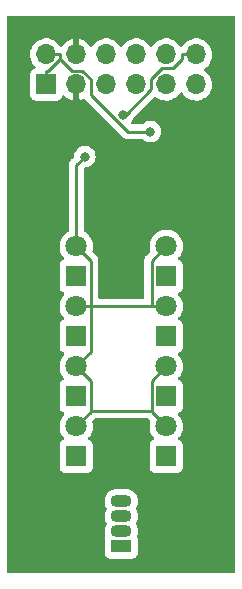
<source format=gbl>
G04 #@! TF.GenerationSoftware,KiCad,Pcbnew,6.0.9-8da3e8f707~116~ubuntu20.04.1*
G04 #@! TF.CreationDate,2023-03-03T20:37:27+01:00*
G04 #@! TF.ProjectId,led_drv_pmod,6c65645f-6472-4765-9f70-6d6f642e6b69,rev?*
G04 #@! TF.SameCoordinates,Original*
G04 #@! TF.FileFunction,Copper,L2,Bot*
G04 #@! TF.FilePolarity,Positive*
%FSLAX46Y46*%
G04 Gerber Fmt 4.6, Leading zero omitted, Abs format (unit mm)*
G04 Created by KiCad (PCBNEW 6.0.9-8da3e8f707~116~ubuntu20.04.1) date 2023-03-03 20:37:27*
%MOMM*%
%LPD*%
G01*
G04 APERTURE LIST*
G04 #@! TA.AperFunction,ComponentPad*
%ADD10R,1.700000X1.700000*%
G04 #@! TD*
G04 #@! TA.AperFunction,ComponentPad*
%ADD11O,1.700000X1.700000*%
G04 #@! TD*
G04 #@! TA.AperFunction,ComponentPad*
%ADD12C,1.800000*%
G04 #@! TD*
G04 #@! TA.AperFunction,ComponentPad*
%ADD13R,1.800000X1.800000*%
G04 #@! TD*
G04 #@! TA.AperFunction,ComponentPad*
%ADD14O,1.800000X1.070000*%
G04 #@! TD*
G04 #@! TA.AperFunction,ComponentPad*
%ADD15R,1.800000X1.070000*%
G04 #@! TD*
G04 #@! TA.AperFunction,ViaPad*
%ADD16C,0.800000*%
G04 #@! TD*
G04 #@! TA.AperFunction,Conductor*
%ADD17C,0.250000*%
G04 #@! TD*
G04 APERTURE END LIST*
D10*
X81280000Y-48260000D03*
D11*
X81280000Y-45720000D03*
X83820000Y-48260000D03*
X83820000Y-45720000D03*
X86360000Y-48260000D03*
X86360000Y-45720000D03*
X88900000Y-48260000D03*
X88900000Y-45720000D03*
X91440000Y-48260000D03*
X91440000Y-45720000D03*
X93980000Y-48260000D03*
X93980000Y-45720000D03*
D12*
X91440000Y-77190000D03*
D13*
X91440000Y-79730000D03*
D12*
X83820000Y-61950000D03*
D13*
X83820000Y-64490000D03*
D12*
X83820000Y-67030000D03*
D13*
X83820000Y-69570000D03*
D12*
X91440000Y-72110000D03*
D13*
X91440000Y-74650000D03*
D12*
X83820000Y-72110000D03*
D13*
X83820000Y-74650000D03*
D12*
X83820000Y-77190000D03*
D13*
X83820000Y-79730000D03*
D12*
X91440000Y-67030000D03*
D13*
X91440000Y-69570000D03*
D12*
X91440000Y-61950000D03*
D13*
X91440000Y-64490000D03*
D14*
X87630000Y-83540000D03*
X87630000Y-84810000D03*
X87630000Y-86080000D03*
D15*
X87630000Y-87350000D03*
D16*
X81026000Y-51054000D03*
X83551400Y-53608600D03*
X94742000Y-82550000D03*
X91440000Y-43180000D03*
X83820000Y-43180000D03*
X87884000Y-55118000D03*
X87763600Y-50803800D03*
X84548900Y-54368000D03*
X94742000Y-60768900D03*
X90102500Y-52255600D03*
D17*
X88039700Y-50803800D02*
X87763600Y-50803800D01*
X90170000Y-48673500D02*
X88039700Y-50803800D01*
X90170000Y-47829000D02*
X90170000Y-48673500D01*
X91103700Y-46895300D02*
X90170000Y-47829000D01*
X91996800Y-46895300D02*
X91103700Y-46895300D01*
X92804700Y-46087400D02*
X91996800Y-46895300D01*
X92804700Y-45720000D02*
X92804700Y-46087400D01*
X93980000Y-45720000D02*
X92804700Y-45720000D01*
X85058900Y-67030000D02*
X83820000Y-67030000D01*
X85058900Y-70871100D02*
X83820000Y-72110000D01*
X85058900Y-67030000D02*
X85058900Y-70871100D01*
X90199900Y-67030000D02*
X91440000Y-67030000D01*
X90199900Y-63190100D02*
X90199900Y-67030000D01*
X91440000Y-61950000D02*
X90199900Y-63190100D01*
X90199900Y-67030000D02*
X85058900Y-67030000D01*
X85045400Y-73335400D02*
X85045400Y-75875400D01*
X83820000Y-72110000D02*
X85045400Y-73335400D01*
X85045400Y-75964600D02*
X83820000Y-77190000D01*
X85045400Y-75875400D02*
X85045400Y-75964600D01*
X85045400Y-75875400D02*
X90214600Y-75875400D01*
X90214600Y-75964600D02*
X90214600Y-75875400D01*
X91440000Y-77190000D02*
X90214600Y-75964600D01*
X90214600Y-73335400D02*
X91440000Y-72110000D01*
X90214600Y-75875400D02*
X90214600Y-73335400D01*
X85058900Y-63188900D02*
X83820000Y-61950000D01*
X85058900Y-67030000D02*
X85058900Y-63188900D01*
X83820000Y-55096900D02*
X84548900Y-54368000D01*
X83820000Y-61950000D02*
X83820000Y-55096900D01*
X92760000Y-58786900D02*
X94742000Y-60768900D01*
X92759900Y-58786900D02*
X92760000Y-58786900D01*
X92759900Y-58375200D02*
X92759900Y-58786900D01*
X83820000Y-49435300D02*
X92759900Y-58375200D01*
X83820000Y-48260000D02*
X83820000Y-49435300D01*
X81280000Y-45720000D02*
X82455300Y-45720000D01*
X81280000Y-48260000D02*
X81280000Y-47084700D01*
X81458000Y-47084700D02*
X81280000Y-47084700D01*
X82455300Y-46087400D02*
X81458000Y-47084700D01*
X82455300Y-45720000D02*
X82455300Y-46087400D01*
X88189700Y-52255600D02*
X90102500Y-52255600D01*
X85090000Y-49155900D02*
X88189700Y-52255600D01*
X85090000Y-47829000D02*
X85090000Y-49155900D01*
X84345600Y-47084600D02*
X85090000Y-47829000D01*
X83452500Y-47084600D02*
X84345600Y-47084600D01*
X82455300Y-46087400D02*
X83452500Y-47084600D01*
G04 #@! TA.AperFunction,Conductor*
G36*
X97223621Y-42438502D02*
G01*
X97270114Y-42492158D01*
X97281500Y-42544500D01*
X97281500Y-89535500D01*
X97261498Y-89603621D01*
X97207842Y-89650114D01*
X97155500Y-89661500D01*
X78104500Y-89661500D01*
X78036379Y-89641498D01*
X77989886Y-89587842D01*
X77978500Y-89535500D01*
X77978500Y-86072680D01*
X86216477Y-86072680D01*
X86235024Y-86276478D01*
X86236762Y-86282384D01*
X86236763Y-86282388D01*
X86292127Y-86470499D01*
X86292172Y-86541496D01*
X86283140Y-86563284D01*
X86279385Y-86568295D01*
X86228255Y-86704684D01*
X86221500Y-86766866D01*
X86221500Y-87933134D01*
X86228255Y-87995316D01*
X86279385Y-88131705D01*
X86366739Y-88248261D01*
X86483295Y-88335615D01*
X86619684Y-88386745D01*
X86681866Y-88393500D01*
X88578134Y-88393500D01*
X88640316Y-88386745D01*
X88776705Y-88335615D01*
X88893261Y-88248261D01*
X88980615Y-88131705D01*
X89031745Y-87995316D01*
X89038500Y-87933134D01*
X89038500Y-86766866D01*
X89031745Y-86704684D01*
X88980615Y-86568295D01*
X88977046Y-86563533D01*
X88962201Y-86495662D01*
X88967525Y-86467250D01*
X89020311Y-86296725D01*
X89022133Y-86290840D01*
X89023022Y-86282388D01*
X89042879Y-86093449D01*
X89042879Y-86093447D01*
X89043523Y-86087320D01*
X89024976Y-85883522D01*
X88967198Y-85687207D01*
X88963200Y-85679558D01*
X88872388Y-85505853D01*
X88873934Y-85505045D01*
X88855769Y-85445040D01*
X88870929Y-85384057D01*
X88882272Y-85363079D01*
X88961619Y-85216329D01*
X89022133Y-85020840D01*
X89023022Y-85012388D01*
X89042879Y-84823449D01*
X89042879Y-84823447D01*
X89043523Y-84817320D01*
X89024976Y-84613522D01*
X88967198Y-84417207D01*
X88963200Y-84409558D01*
X88872388Y-84235853D01*
X88873934Y-84235045D01*
X88855769Y-84175040D01*
X88870929Y-84114057D01*
X88882272Y-84093079D01*
X88961619Y-83946329D01*
X89022133Y-83750840D01*
X89023022Y-83742388D01*
X89042879Y-83553449D01*
X89042879Y-83553447D01*
X89043523Y-83547320D01*
X89024976Y-83343522D01*
X88967198Y-83147207D01*
X88963200Y-83139558D01*
X88875240Y-82971309D01*
X88872388Y-82965853D01*
X88744160Y-82806369D01*
X88587396Y-82674828D01*
X88408067Y-82576242D01*
X88402200Y-82574381D01*
X88402198Y-82574380D01*
X88310536Y-82545303D01*
X88213006Y-82514364D01*
X88053744Y-82496500D01*
X87213505Y-82496500D01*
X87061336Y-82511420D01*
X86865429Y-82570568D01*
X86849180Y-82579208D01*
X86690184Y-82663747D01*
X86690181Y-82663749D01*
X86684742Y-82666641D01*
X86679972Y-82670531D01*
X86679968Y-82670534D01*
X86530932Y-82792085D01*
X86530929Y-82792088D01*
X86526157Y-82795980D01*
X86522230Y-82800728D01*
X86522228Y-82800729D01*
X86460935Y-82874819D01*
X86395713Y-82953659D01*
X86298381Y-83133671D01*
X86237867Y-83329160D01*
X86237224Y-83335282D01*
X86237223Y-83335285D01*
X86235712Y-83349661D01*
X86216477Y-83532680D01*
X86235024Y-83736478D01*
X86292802Y-83932793D01*
X86295655Y-83938251D01*
X86295657Y-83938255D01*
X86387612Y-84114147D01*
X86386066Y-84114955D01*
X86404231Y-84174960D01*
X86389071Y-84235943D01*
X86298381Y-84403671D01*
X86237867Y-84599160D01*
X86237224Y-84605282D01*
X86237223Y-84605285D01*
X86235712Y-84619661D01*
X86216477Y-84802680D01*
X86235024Y-85006478D01*
X86292802Y-85202793D01*
X86295655Y-85208251D01*
X86295657Y-85208255D01*
X86387612Y-85384147D01*
X86386066Y-85384955D01*
X86404231Y-85444960D01*
X86389071Y-85505943D01*
X86298381Y-85673671D01*
X86237867Y-85869160D01*
X86237224Y-85875282D01*
X86237223Y-85875285D01*
X86235712Y-85889661D01*
X86216477Y-86072680D01*
X77978500Y-86072680D01*
X77978500Y-77155469D01*
X82407095Y-77155469D01*
X82407392Y-77160622D01*
X82407392Y-77160625D01*
X82413067Y-77259041D01*
X82420427Y-77386697D01*
X82421564Y-77391743D01*
X82421565Y-77391749D01*
X82453741Y-77534523D01*
X82471346Y-77612642D01*
X82473288Y-77617424D01*
X82473289Y-77617428D01*
X82556540Y-77822450D01*
X82558484Y-77827237D01*
X82679501Y-78024719D01*
X82682882Y-78028622D01*
X82791304Y-78153788D01*
X82820786Y-78218373D01*
X82810671Y-78288646D01*
X82764170Y-78342294D01*
X82740296Y-78354267D01*
X82684515Y-78375179D01*
X82673295Y-78379385D01*
X82556739Y-78466739D01*
X82469385Y-78583295D01*
X82418255Y-78719684D01*
X82411500Y-78781866D01*
X82411500Y-80678134D01*
X82418255Y-80740316D01*
X82469385Y-80876705D01*
X82556739Y-80993261D01*
X82673295Y-81080615D01*
X82809684Y-81131745D01*
X82871866Y-81138500D01*
X84768134Y-81138500D01*
X84830316Y-81131745D01*
X84966705Y-81080615D01*
X85083261Y-80993261D01*
X85170615Y-80876705D01*
X85221745Y-80740316D01*
X85228500Y-80678134D01*
X85228500Y-78781866D01*
X85221745Y-78719684D01*
X85170615Y-78583295D01*
X85083261Y-78466739D01*
X84966705Y-78379385D01*
X84958296Y-78376233D01*
X84958295Y-78376232D01*
X84899804Y-78354305D01*
X84843039Y-78311664D01*
X84818339Y-78245103D01*
X84833546Y-78175754D01*
X84855093Y-78147073D01*
X84892636Y-78109660D01*
X84892640Y-78109655D01*
X84896303Y-78106005D01*
X85031458Y-77917917D01*
X85078641Y-77822450D01*
X85131784Y-77714922D01*
X85131785Y-77714920D01*
X85134078Y-77710280D01*
X85201408Y-77488671D01*
X85231640Y-77259041D01*
X85233327Y-77190000D01*
X85214349Y-76959167D01*
X85178026Y-76814560D01*
X85180830Y-76743618D01*
X85211135Y-76694769D01*
X85360099Y-76545805D01*
X85422411Y-76511779D01*
X85449194Y-76508900D01*
X89810806Y-76508900D01*
X89878927Y-76528902D01*
X89899901Y-76545805D01*
X90049154Y-76695058D01*
X90083180Y-76757370D01*
X90081476Y-76817825D01*
X90051707Y-76925169D01*
X90027095Y-77155469D01*
X90027392Y-77160622D01*
X90027392Y-77160625D01*
X90033067Y-77259041D01*
X90040427Y-77386697D01*
X90041564Y-77391743D01*
X90041565Y-77391749D01*
X90073741Y-77534523D01*
X90091346Y-77612642D01*
X90093288Y-77617424D01*
X90093289Y-77617428D01*
X90176540Y-77822450D01*
X90178484Y-77827237D01*
X90299501Y-78024719D01*
X90302882Y-78028622D01*
X90411304Y-78153788D01*
X90440786Y-78218373D01*
X90430671Y-78288646D01*
X90384170Y-78342294D01*
X90360296Y-78354267D01*
X90304515Y-78375179D01*
X90293295Y-78379385D01*
X90176739Y-78466739D01*
X90089385Y-78583295D01*
X90038255Y-78719684D01*
X90031500Y-78781866D01*
X90031500Y-80678134D01*
X90038255Y-80740316D01*
X90089385Y-80876705D01*
X90176739Y-80993261D01*
X90293295Y-81080615D01*
X90429684Y-81131745D01*
X90491866Y-81138500D01*
X92388134Y-81138500D01*
X92450316Y-81131745D01*
X92586705Y-81080615D01*
X92703261Y-80993261D01*
X92790615Y-80876705D01*
X92841745Y-80740316D01*
X92848500Y-80678134D01*
X92848500Y-78781866D01*
X92841745Y-78719684D01*
X92790615Y-78583295D01*
X92703261Y-78466739D01*
X92586705Y-78379385D01*
X92578296Y-78376233D01*
X92578295Y-78376232D01*
X92519804Y-78354305D01*
X92463039Y-78311664D01*
X92438339Y-78245103D01*
X92453546Y-78175754D01*
X92475093Y-78147073D01*
X92512636Y-78109660D01*
X92512640Y-78109655D01*
X92516303Y-78106005D01*
X92651458Y-77917917D01*
X92698641Y-77822450D01*
X92751784Y-77714922D01*
X92751785Y-77714920D01*
X92754078Y-77710280D01*
X92821408Y-77488671D01*
X92851640Y-77259041D01*
X92853327Y-77190000D01*
X92847032Y-77113434D01*
X92834773Y-76964318D01*
X92834772Y-76964312D01*
X92834349Y-76959167D01*
X92806137Y-76846850D01*
X92779184Y-76739544D01*
X92779183Y-76739540D01*
X92777925Y-76734533D01*
X92775866Y-76729797D01*
X92687630Y-76526868D01*
X92687628Y-76526865D01*
X92685570Y-76522131D01*
X92559764Y-76327665D01*
X92469848Y-76228848D01*
X92438796Y-76165002D01*
X92447192Y-76094504D01*
X92492369Y-76039736D01*
X92518812Y-76026067D01*
X92578297Y-76003767D01*
X92586705Y-76000615D01*
X92703261Y-75913261D01*
X92790615Y-75796705D01*
X92841745Y-75660316D01*
X92848500Y-75598134D01*
X92848500Y-73701866D01*
X92841745Y-73639684D01*
X92790615Y-73503295D01*
X92703261Y-73386739D01*
X92586705Y-73299385D01*
X92578296Y-73296233D01*
X92578295Y-73296232D01*
X92534198Y-73279701D01*
X92519804Y-73274305D01*
X92463039Y-73231664D01*
X92438339Y-73165103D01*
X92453546Y-73095754D01*
X92475093Y-73067073D01*
X92512636Y-73029660D01*
X92512640Y-73029655D01*
X92516303Y-73026005D01*
X92651458Y-72837917D01*
X92698641Y-72742450D01*
X92751784Y-72634922D01*
X92751785Y-72634920D01*
X92754078Y-72630280D01*
X92821408Y-72408671D01*
X92851640Y-72179041D01*
X92853327Y-72110000D01*
X92847032Y-72033434D01*
X92834773Y-71884318D01*
X92834772Y-71884312D01*
X92834349Y-71879167D01*
X92798026Y-71734560D01*
X92779184Y-71659544D01*
X92779183Y-71659540D01*
X92777925Y-71654533D01*
X92775866Y-71649797D01*
X92687630Y-71446868D01*
X92687628Y-71446865D01*
X92685570Y-71442131D01*
X92559764Y-71247665D01*
X92531704Y-71216827D01*
X92469848Y-71148848D01*
X92438796Y-71085002D01*
X92447192Y-71014504D01*
X92492369Y-70959736D01*
X92518812Y-70946067D01*
X92578297Y-70923767D01*
X92586705Y-70920615D01*
X92703261Y-70833261D01*
X92790615Y-70716705D01*
X92841745Y-70580316D01*
X92848500Y-70518134D01*
X92848500Y-68621866D01*
X92841745Y-68559684D01*
X92790615Y-68423295D01*
X92703261Y-68306739D01*
X92586705Y-68219385D01*
X92578296Y-68216233D01*
X92578295Y-68216232D01*
X92519804Y-68194305D01*
X92463039Y-68151664D01*
X92438339Y-68085103D01*
X92453546Y-68015754D01*
X92475093Y-67987073D01*
X92512636Y-67949660D01*
X92512640Y-67949655D01*
X92516303Y-67946005D01*
X92651458Y-67757917D01*
X92668387Y-67723665D01*
X92751784Y-67554922D01*
X92751785Y-67554920D01*
X92754078Y-67550280D01*
X92821408Y-67328671D01*
X92851640Y-67099041D01*
X92853327Y-67030000D01*
X92847032Y-66953434D01*
X92834773Y-66804318D01*
X92834772Y-66804312D01*
X92834349Y-66799167D01*
X92777925Y-66574533D01*
X92775866Y-66569797D01*
X92687630Y-66366868D01*
X92687628Y-66366865D01*
X92685570Y-66362131D01*
X92559764Y-66167665D01*
X92469848Y-66068848D01*
X92438796Y-66005002D01*
X92447192Y-65934504D01*
X92492369Y-65879736D01*
X92518812Y-65866067D01*
X92578297Y-65843767D01*
X92586705Y-65840615D01*
X92703261Y-65753261D01*
X92790615Y-65636705D01*
X92841745Y-65500316D01*
X92848500Y-65438134D01*
X92848500Y-63541866D01*
X92841745Y-63479684D01*
X92790615Y-63343295D01*
X92703261Y-63226739D01*
X92586705Y-63139385D01*
X92578296Y-63136233D01*
X92578295Y-63136232D01*
X92519804Y-63114305D01*
X92463039Y-63071664D01*
X92438339Y-63005103D01*
X92453546Y-62935754D01*
X92475093Y-62907073D01*
X92512636Y-62869660D01*
X92512640Y-62869655D01*
X92516303Y-62866005D01*
X92651458Y-62677917D01*
X92698641Y-62582450D01*
X92751784Y-62474922D01*
X92751785Y-62474920D01*
X92754078Y-62470280D01*
X92821408Y-62248671D01*
X92851640Y-62019041D01*
X92853327Y-61950000D01*
X92847032Y-61873434D01*
X92834773Y-61724318D01*
X92834772Y-61724312D01*
X92834349Y-61719167D01*
X92777925Y-61494533D01*
X92775866Y-61489797D01*
X92687630Y-61286868D01*
X92687628Y-61286865D01*
X92685570Y-61282131D01*
X92559764Y-61087665D01*
X92403887Y-60916358D01*
X92399836Y-60913159D01*
X92399832Y-60913155D01*
X92226177Y-60776011D01*
X92226172Y-60776008D01*
X92222123Y-60772810D01*
X92217607Y-60770317D01*
X92217604Y-60770315D01*
X92023879Y-60663373D01*
X92023875Y-60663371D01*
X92019355Y-60660876D01*
X92014486Y-60659152D01*
X92014482Y-60659150D01*
X91805903Y-60585288D01*
X91805899Y-60585287D01*
X91801028Y-60583562D01*
X91795935Y-60582655D01*
X91795932Y-60582654D01*
X91578095Y-60543851D01*
X91578089Y-60543850D01*
X91573006Y-60542945D01*
X91500096Y-60542054D01*
X91346581Y-60540179D01*
X91346579Y-60540179D01*
X91341411Y-60540116D01*
X91112464Y-60575150D01*
X90892314Y-60647106D01*
X90887726Y-60649494D01*
X90887722Y-60649496D01*
X90739401Y-60726707D01*
X90686872Y-60754052D01*
X90682739Y-60757155D01*
X90682736Y-60757157D01*
X90657625Y-60776011D01*
X90501655Y-60893117D01*
X90341639Y-61060564D01*
X90338725Y-61064836D01*
X90338724Y-61064837D01*
X90323152Y-61087665D01*
X90211119Y-61251899D01*
X90113602Y-61461981D01*
X90051707Y-61685169D01*
X90027095Y-61915469D01*
X90027392Y-61920622D01*
X90027392Y-61920625D01*
X90033067Y-62019041D01*
X90040427Y-62146697D01*
X90041564Y-62151743D01*
X90041565Y-62151749D01*
X90081623Y-62329498D01*
X90077087Y-62400350D01*
X90047801Y-62446294D01*
X89807647Y-62686448D01*
X89799361Y-62693988D01*
X89792882Y-62698100D01*
X89787457Y-62703877D01*
X89746257Y-62747751D01*
X89743502Y-62750593D01*
X89723765Y-62770330D01*
X89721285Y-62773527D01*
X89713582Y-62782547D01*
X89683314Y-62814779D01*
X89679495Y-62821725D01*
X89679493Y-62821728D01*
X89673552Y-62832534D01*
X89662701Y-62849053D01*
X89650286Y-62865059D01*
X89647141Y-62872328D01*
X89647138Y-62872332D01*
X89632726Y-62905637D01*
X89627509Y-62916287D01*
X89606205Y-62955040D01*
X89604234Y-62962715D01*
X89604234Y-62962716D01*
X89601167Y-62974662D01*
X89594763Y-62993366D01*
X89586719Y-63011955D01*
X89585480Y-63019778D01*
X89585477Y-63019788D01*
X89579801Y-63055624D01*
X89577395Y-63067244D01*
X89573761Y-63081400D01*
X89566400Y-63110070D01*
X89566400Y-63130324D01*
X89564849Y-63150034D01*
X89561680Y-63170043D01*
X89562426Y-63177935D01*
X89565841Y-63214061D01*
X89566400Y-63225919D01*
X89566400Y-66270500D01*
X89546398Y-66338621D01*
X89492742Y-66385114D01*
X89440400Y-66396500D01*
X85818400Y-66396500D01*
X85750279Y-66376498D01*
X85703786Y-66322842D01*
X85692400Y-66270500D01*
X85692400Y-63267667D01*
X85692927Y-63256484D01*
X85694602Y-63248991D01*
X85692462Y-63180914D01*
X85692400Y-63176955D01*
X85692400Y-63149044D01*
X85691895Y-63145044D01*
X85690962Y-63133201D01*
X85689822Y-63096929D01*
X85689573Y-63089010D01*
X85683922Y-63069558D01*
X85679914Y-63050206D01*
X85678367Y-63037963D01*
X85677374Y-63030103D01*
X85670189Y-63011955D01*
X85661100Y-62988997D01*
X85657255Y-62977770D01*
X85650651Y-62955040D01*
X85644918Y-62935307D01*
X85640884Y-62928485D01*
X85640881Y-62928479D01*
X85634606Y-62917868D01*
X85625910Y-62900118D01*
X85621372Y-62888656D01*
X85621369Y-62888651D01*
X85618452Y-62881283D01*
X85592473Y-62845525D01*
X85585957Y-62835607D01*
X85567475Y-62804357D01*
X85563442Y-62797537D01*
X85549118Y-62783213D01*
X85536276Y-62768178D01*
X85524372Y-62751793D01*
X85490306Y-62723611D01*
X85481527Y-62715622D01*
X85211299Y-62445394D01*
X85177273Y-62383082D01*
X85179836Y-62319672D01*
X85201408Y-62248671D01*
X85231640Y-62019041D01*
X85233327Y-61950000D01*
X85227032Y-61873434D01*
X85214773Y-61724318D01*
X85214772Y-61724312D01*
X85214349Y-61719167D01*
X85157925Y-61494533D01*
X85155866Y-61489797D01*
X85067630Y-61286868D01*
X85067628Y-61286865D01*
X85065570Y-61282131D01*
X84939764Y-61087665D01*
X84783887Y-60916358D01*
X84779836Y-60913159D01*
X84779832Y-60913155D01*
X84606178Y-60776012D01*
X84606175Y-60776010D01*
X84602123Y-60772810D01*
X84518607Y-60726707D01*
X84468636Y-60676274D01*
X84453500Y-60616398D01*
X84453500Y-55411494D01*
X84473502Y-55343373D01*
X84490405Y-55322399D01*
X84499399Y-55313405D01*
X84561711Y-55279379D01*
X84588494Y-55276500D01*
X84644387Y-55276500D01*
X84650839Y-55275128D01*
X84650844Y-55275128D01*
X84737788Y-55256647D01*
X84831188Y-55236794D01*
X84837219Y-55234109D01*
X84999622Y-55161803D01*
X84999624Y-55161802D01*
X85005652Y-55159118D01*
X85160153Y-55046866D01*
X85180022Y-55024799D01*
X85283521Y-54909852D01*
X85283522Y-54909851D01*
X85287940Y-54904944D01*
X85383427Y-54739556D01*
X85442442Y-54557928D01*
X85462404Y-54368000D01*
X85442442Y-54178072D01*
X85383427Y-53996444D01*
X85287940Y-53831056D01*
X85160153Y-53689134D01*
X85005652Y-53576882D01*
X84999624Y-53574198D01*
X84999622Y-53574197D01*
X84837219Y-53501891D01*
X84837218Y-53501891D01*
X84831188Y-53499206D01*
X84737787Y-53479353D01*
X84650844Y-53460872D01*
X84650839Y-53460872D01*
X84644387Y-53459500D01*
X84453413Y-53459500D01*
X84446961Y-53460872D01*
X84446956Y-53460872D01*
X84360013Y-53479353D01*
X84266612Y-53499206D01*
X84260582Y-53501891D01*
X84260581Y-53501891D01*
X84098178Y-53574197D01*
X84098176Y-53574198D01*
X84092148Y-53576882D01*
X83937647Y-53689134D01*
X83809860Y-53831056D01*
X83714373Y-53996444D01*
X83655358Y-54178072D01*
X83654668Y-54184633D01*
X83654668Y-54184635D01*
X83637993Y-54343292D01*
X83610980Y-54408949D01*
X83601778Y-54419217D01*
X83427747Y-54593248D01*
X83419461Y-54600788D01*
X83412982Y-54604900D01*
X83407557Y-54610677D01*
X83366357Y-54654551D01*
X83363602Y-54657393D01*
X83343865Y-54677130D01*
X83341385Y-54680327D01*
X83333682Y-54689347D01*
X83303414Y-54721579D01*
X83299595Y-54728525D01*
X83299593Y-54728528D01*
X83293652Y-54739334D01*
X83282801Y-54755853D01*
X83270386Y-54771859D01*
X83267241Y-54779128D01*
X83267238Y-54779132D01*
X83252826Y-54812437D01*
X83247609Y-54823087D01*
X83226305Y-54861840D01*
X83224334Y-54869515D01*
X83224334Y-54869516D01*
X83221267Y-54881462D01*
X83214863Y-54900166D01*
X83210672Y-54909852D01*
X83206819Y-54918755D01*
X83205580Y-54926578D01*
X83205577Y-54926588D01*
X83199901Y-54962424D01*
X83197495Y-54974044D01*
X83186500Y-55016870D01*
X83186500Y-55037124D01*
X83184949Y-55056834D01*
X83181780Y-55076843D01*
X83182526Y-55084735D01*
X83185941Y-55120861D01*
X83186500Y-55132719D01*
X83186500Y-60615319D01*
X83166498Y-60683440D01*
X83118679Y-60727083D01*
X83066872Y-60754052D01*
X82881655Y-60893117D01*
X82721639Y-61060564D01*
X82718725Y-61064836D01*
X82718724Y-61064837D01*
X82703152Y-61087665D01*
X82591119Y-61251899D01*
X82493602Y-61461981D01*
X82431707Y-61685169D01*
X82407095Y-61915469D01*
X82407392Y-61920622D01*
X82407392Y-61920625D01*
X82413067Y-62019041D01*
X82420427Y-62146697D01*
X82421564Y-62151743D01*
X82421565Y-62151749D01*
X82444523Y-62253620D01*
X82471346Y-62372642D01*
X82473288Y-62377424D01*
X82473289Y-62377428D01*
X82556540Y-62582450D01*
X82558484Y-62587237D01*
X82679501Y-62784719D01*
X82682882Y-62788622D01*
X82791304Y-62913788D01*
X82820786Y-62978373D01*
X82810671Y-63048646D01*
X82764170Y-63102294D01*
X82740296Y-63114267D01*
X82697465Y-63130324D01*
X82673295Y-63139385D01*
X82556739Y-63226739D01*
X82469385Y-63343295D01*
X82418255Y-63479684D01*
X82411500Y-63541866D01*
X82411500Y-65438134D01*
X82418255Y-65500316D01*
X82469385Y-65636705D01*
X82556739Y-65753261D01*
X82673295Y-65840615D01*
X82681704Y-65843767D01*
X82681705Y-65843768D01*
X82741164Y-65866058D01*
X82797929Y-65908699D01*
X82822629Y-65975261D01*
X82807422Y-66044609D01*
X82788029Y-66071091D01*
X82721639Y-66140564D01*
X82718725Y-66144836D01*
X82718724Y-66144837D01*
X82703152Y-66167665D01*
X82591119Y-66331899D01*
X82493602Y-66541981D01*
X82431707Y-66765169D01*
X82407095Y-66995469D01*
X82407392Y-67000622D01*
X82407392Y-67000625D01*
X82413067Y-67099041D01*
X82420427Y-67226697D01*
X82421564Y-67231743D01*
X82421565Y-67231749D01*
X82453741Y-67374523D01*
X82471346Y-67452642D01*
X82473288Y-67457424D01*
X82473289Y-67457428D01*
X82556540Y-67662450D01*
X82558484Y-67667237D01*
X82679501Y-67864719D01*
X82682882Y-67868622D01*
X82791304Y-67993788D01*
X82820786Y-68058373D01*
X82810671Y-68128646D01*
X82764170Y-68182294D01*
X82740296Y-68194267D01*
X82684515Y-68215179D01*
X82673295Y-68219385D01*
X82556739Y-68306739D01*
X82469385Y-68423295D01*
X82418255Y-68559684D01*
X82411500Y-68621866D01*
X82411500Y-70518134D01*
X82418255Y-70580316D01*
X82469385Y-70716705D01*
X82556739Y-70833261D01*
X82673295Y-70920615D01*
X82681704Y-70923767D01*
X82681705Y-70923768D01*
X82741164Y-70946058D01*
X82797929Y-70988699D01*
X82822629Y-71055261D01*
X82807422Y-71124609D01*
X82788029Y-71151091D01*
X82721639Y-71220564D01*
X82718725Y-71224836D01*
X82718724Y-71224837D01*
X82675855Y-71287681D01*
X82591119Y-71411899D01*
X82493602Y-71621981D01*
X82431707Y-71845169D01*
X82407095Y-72075469D01*
X82407392Y-72080622D01*
X82407392Y-72080625D01*
X82413067Y-72179041D01*
X82420427Y-72306697D01*
X82421564Y-72311743D01*
X82421565Y-72311749D01*
X82444523Y-72413620D01*
X82471346Y-72532642D01*
X82473288Y-72537424D01*
X82473289Y-72537428D01*
X82556540Y-72742450D01*
X82558484Y-72747237D01*
X82679501Y-72944719D01*
X82715708Y-72986517D01*
X82791304Y-73073788D01*
X82820786Y-73138373D01*
X82810671Y-73208646D01*
X82764170Y-73262294D01*
X82740296Y-73274267D01*
X82694211Y-73291544D01*
X82673295Y-73299385D01*
X82556739Y-73386739D01*
X82469385Y-73503295D01*
X82418255Y-73639684D01*
X82411500Y-73701866D01*
X82411500Y-75598134D01*
X82418255Y-75660316D01*
X82469385Y-75796705D01*
X82556739Y-75913261D01*
X82673295Y-76000615D01*
X82681704Y-76003767D01*
X82681705Y-76003768D01*
X82741164Y-76026058D01*
X82797929Y-76068699D01*
X82822629Y-76135261D01*
X82807422Y-76204609D01*
X82788029Y-76231091D01*
X82721639Y-76300564D01*
X82718725Y-76304836D01*
X82718724Y-76304837D01*
X82703152Y-76327665D01*
X82591119Y-76491899D01*
X82493602Y-76701981D01*
X82431707Y-76925169D01*
X82407095Y-77155469D01*
X77978500Y-77155469D01*
X77978500Y-45686695D01*
X79917251Y-45686695D01*
X79917548Y-45691848D01*
X79917548Y-45691851D01*
X79923011Y-45786590D01*
X79930110Y-45909715D01*
X79931247Y-45914761D01*
X79931248Y-45914767D01*
X79951119Y-46002939D01*
X79979222Y-46127639D01*
X80063266Y-46334616D01*
X80112032Y-46414195D01*
X80177291Y-46520688D01*
X80179987Y-46525088D01*
X80326250Y-46693938D01*
X80330230Y-46697242D01*
X80334981Y-46701187D01*
X80374616Y-46760090D01*
X80376113Y-46831071D01*
X80338997Y-46891593D01*
X80298725Y-46916112D01*
X80210095Y-46949338D01*
X80183295Y-46959385D01*
X80066739Y-47046739D01*
X79979385Y-47163295D01*
X79928255Y-47299684D01*
X79921500Y-47361866D01*
X79921500Y-49158134D01*
X79928255Y-49220316D01*
X79979385Y-49356705D01*
X80066739Y-49473261D01*
X80183295Y-49560615D01*
X80319684Y-49611745D01*
X80381866Y-49618500D01*
X82178134Y-49618500D01*
X82240316Y-49611745D01*
X82376705Y-49560615D01*
X82493261Y-49473261D01*
X82580615Y-49356705D01*
X82618447Y-49255789D01*
X82624798Y-49238848D01*
X82667440Y-49182084D01*
X82734001Y-49157384D01*
X82803350Y-49172592D01*
X82838017Y-49200580D01*
X82863218Y-49229673D01*
X82870580Y-49236883D01*
X83034434Y-49372916D01*
X83042881Y-49378831D01*
X83226756Y-49486279D01*
X83236042Y-49490729D01*
X83435001Y-49566703D01*
X83444899Y-49569579D01*
X83548250Y-49590606D01*
X83562299Y-49589410D01*
X83566000Y-49579065D01*
X83566000Y-47844100D01*
X83586002Y-47775979D01*
X83639658Y-47729486D01*
X83692000Y-47718100D01*
X83948000Y-47718100D01*
X84016121Y-47738102D01*
X84062614Y-47791758D01*
X84074000Y-47844100D01*
X84074000Y-49578517D01*
X84078064Y-49592359D01*
X84091478Y-49594393D01*
X84098184Y-49593534D01*
X84108262Y-49591392D01*
X84312248Y-49530193D01*
X84321846Y-49526432D01*
X84412093Y-49482220D01*
X84482067Y-49470214D01*
X84547424Y-49497944D01*
X84575977Y-49531231D01*
X84585458Y-49547262D01*
X84599779Y-49561583D01*
X84612619Y-49576616D01*
X84624528Y-49593007D01*
X84654898Y-49618131D01*
X84658605Y-49621198D01*
X84667384Y-49629188D01*
X87686048Y-52647853D01*
X87693588Y-52656139D01*
X87697700Y-52662618D01*
X87703477Y-52668043D01*
X87747351Y-52709243D01*
X87750193Y-52711998D01*
X87769930Y-52731735D01*
X87773127Y-52734215D01*
X87782147Y-52741918D01*
X87814379Y-52772186D01*
X87821325Y-52776005D01*
X87821328Y-52776007D01*
X87832134Y-52781948D01*
X87848653Y-52792799D01*
X87864659Y-52805214D01*
X87871928Y-52808359D01*
X87871932Y-52808362D01*
X87905237Y-52822774D01*
X87915887Y-52827991D01*
X87954640Y-52849295D01*
X87962315Y-52851266D01*
X87962316Y-52851266D01*
X87974262Y-52854333D01*
X87992967Y-52860737D01*
X88011555Y-52868781D01*
X88019378Y-52870020D01*
X88019388Y-52870023D01*
X88055224Y-52875699D01*
X88066844Y-52878105D01*
X88101989Y-52887128D01*
X88109670Y-52889100D01*
X88129924Y-52889100D01*
X88149634Y-52890651D01*
X88169643Y-52893820D01*
X88177535Y-52893074D01*
X88213661Y-52889659D01*
X88225519Y-52889100D01*
X89394300Y-52889100D01*
X89462421Y-52909102D01*
X89481647Y-52925443D01*
X89481920Y-52925140D01*
X89486832Y-52929563D01*
X89491247Y-52934466D01*
X89645748Y-53046718D01*
X89651776Y-53049402D01*
X89651778Y-53049403D01*
X89814181Y-53121709D01*
X89820212Y-53124394D01*
X89913613Y-53144247D01*
X90000556Y-53162728D01*
X90000561Y-53162728D01*
X90007013Y-53164100D01*
X90197987Y-53164100D01*
X90204439Y-53162728D01*
X90204444Y-53162728D01*
X90291387Y-53144247D01*
X90384788Y-53124394D01*
X90390819Y-53121709D01*
X90553222Y-53049403D01*
X90553224Y-53049402D01*
X90559252Y-53046718D01*
X90713753Y-52934466D01*
X90750351Y-52893820D01*
X90837121Y-52797452D01*
X90837122Y-52797451D01*
X90841540Y-52792544D01*
X90937027Y-52627156D01*
X90996042Y-52445528D01*
X91016004Y-52255600D01*
X90996042Y-52065672D01*
X90937027Y-51884044D01*
X90841540Y-51718656D01*
X90713753Y-51576734D01*
X90559252Y-51464482D01*
X90553224Y-51461798D01*
X90553222Y-51461797D01*
X90390819Y-51389491D01*
X90390818Y-51389491D01*
X90384788Y-51386806D01*
X90291388Y-51366953D01*
X90204444Y-51348472D01*
X90204439Y-51348472D01*
X90197987Y-51347100D01*
X90007013Y-51347100D01*
X90000561Y-51348472D01*
X90000556Y-51348472D01*
X89913612Y-51366953D01*
X89820212Y-51386806D01*
X89814182Y-51389491D01*
X89814181Y-51389491D01*
X89651778Y-51461797D01*
X89651776Y-51461798D01*
X89645748Y-51464482D01*
X89491247Y-51576734D01*
X89486832Y-51581637D01*
X89481920Y-51586060D01*
X89480795Y-51584811D01*
X89427486Y-51617651D01*
X89394300Y-51622100D01*
X88532306Y-51622100D01*
X88464185Y-51602098D01*
X88417692Y-51548442D01*
X88407588Y-51478168D01*
X88438670Y-51411790D01*
X88498221Y-51345652D01*
X88498222Y-51345651D01*
X88502640Y-51340744D01*
X88598127Y-51175356D01*
X88605183Y-51153640D01*
X88635921Y-51103483D01*
X90415536Y-49323868D01*
X90477848Y-49289842D01*
X90548663Y-49294907D01*
X90585115Y-49316018D01*
X90594571Y-49323868D01*
X90658126Y-49376632D01*
X90851000Y-49489338D01*
X91059692Y-49569030D01*
X91064760Y-49570061D01*
X91064763Y-49570062D01*
X91126744Y-49582672D01*
X91278597Y-49613567D01*
X91283772Y-49613757D01*
X91283774Y-49613757D01*
X91496673Y-49621564D01*
X91496677Y-49621564D01*
X91501837Y-49621753D01*
X91506957Y-49621097D01*
X91506959Y-49621097D01*
X91718288Y-49594025D01*
X91718289Y-49594025D01*
X91723416Y-49593368D01*
X91728366Y-49591883D01*
X91932429Y-49530661D01*
X91932434Y-49530659D01*
X91937384Y-49529174D01*
X92137994Y-49430896D01*
X92319860Y-49301173D01*
X92336330Y-49284761D01*
X92464152Y-49157384D01*
X92478096Y-49143489D01*
X92608453Y-48962077D01*
X92609776Y-48963028D01*
X92656645Y-48919857D01*
X92726580Y-48907625D01*
X92792026Y-48935144D01*
X92819875Y-48966994D01*
X92879987Y-49065088D01*
X93026250Y-49233938D01*
X93198126Y-49376632D01*
X93391000Y-49489338D01*
X93599692Y-49569030D01*
X93604760Y-49570061D01*
X93604763Y-49570062D01*
X93666744Y-49582672D01*
X93818597Y-49613567D01*
X93823772Y-49613757D01*
X93823774Y-49613757D01*
X94036673Y-49621564D01*
X94036677Y-49621564D01*
X94041837Y-49621753D01*
X94046957Y-49621097D01*
X94046959Y-49621097D01*
X94258288Y-49594025D01*
X94258289Y-49594025D01*
X94263416Y-49593368D01*
X94268366Y-49591883D01*
X94472429Y-49530661D01*
X94472434Y-49530659D01*
X94477384Y-49529174D01*
X94677994Y-49430896D01*
X94859860Y-49301173D01*
X94876330Y-49284761D01*
X95004152Y-49157384D01*
X95018096Y-49143489D01*
X95148453Y-48962077D01*
X95169320Y-48919857D01*
X95245136Y-48766453D01*
X95245137Y-48766451D01*
X95247430Y-48761811D01*
X95312370Y-48548069D01*
X95341529Y-48326590D01*
X95343156Y-48260000D01*
X95324852Y-48037361D01*
X95270431Y-47820702D01*
X95181354Y-47615840D01*
X95100991Y-47491618D01*
X95062822Y-47432617D01*
X95062818Y-47432612D01*
X95060014Y-47428277D01*
X94909670Y-47263051D01*
X94905619Y-47259852D01*
X94905615Y-47259848D01*
X94738414Y-47127800D01*
X94738410Y-47127798D01*
X94734359Y-47124598D01*
X94693053Y-47101796D01*
X94643084Y-47051364D01*
X94628312Y-46981921D01*
X94653428Y-46915516D01*
X94680780Y-46888909D01*
X94724603Y-46857650D01*
X94859860Y-46761173D01*
X95018096Y-46603489D01*
X95077594Y-46520689D01*
X95145435Y-46426277D01*
X95148453Y-46422077D01*
X95161995Y-46394678D01*
X95245136Y-46226453D01*
X95245137Y-46226451D01*
X95247430Y-46221811D01*
X95312370Y-46008069D01*
X95341529Y-45786590D01*
X95341693Y-45779883D01*
X95343074Y-45723365D01*
X95343074Y-45723361D01*
X95343156Y-45720000D01*
X95324852Y-45497361D01*
X95270431Y-45280702D01*
X95181354Y-45075840D01*
X95060014Y-44888277D01*
X94909670Y-44723051D01*
X94905619Y-44719852D01*
X94905615Y-44719848D01*
X94738414Y-44587800D01*
X94738410Y-44587798D01*
X94734359Y-44584598D01*
X94698028Y-44564542D01*
X94682136Y-44555769D01*
X94538789Y-44476638D01*
X94533920Y-44474914D01*
X94533916Y-44474912D01*
X94333087Y-44403795D01*
X94333083Y-44403794D01*
X94328212Y-44402069D01*
X94323119Y-44401162D01*
X94323116Y-44401161D01*
X94113373Y-44363800D01*
X94113367Y-44363799D01*
X94108284Y-44362894D01*
X94034452Y-44361992D01*
X93890081Y-44360228D01*
X93890079Y-44360228D01*
X93884911Y-44360165D01*
X93664091Y-44393955D01*
X93451756Y-44463357D01*
X93253607Y-44566507D01*
X93249474Y-44569610D01*
X93249471Y-44569612D01*
X93225247Y-44587800D01*
X93074965Y-44700635D01*
X92920629Y-44862138D01*
X92813201Y-45019621D01*
X92758293Y-45064621D01*
X92687768Y-45072792D01*
X92624021Y-45041538D01*
X92603324Y-45017054D01*
X92522822Y-44892617D01*
X92522820Y-44892614D01*
X92520014Y-44888277D01*
X92369670Y-44723051D01*
X92365619Y-44719852D01*
X92365615Y-44719848D01*
X92198414Y-44587800D01*
X92198410Y-44587798D01*
X92194359Y-44584598D01*
X92158028Y-44564542D01*
X92142136Y-44555769D01*
X91998789Y-44476638D01*
X91993920Y-44474914D01*
X91993916Y-44474912D01*
X91793087Y-44403795D01*
X91793083Y-44403794D01*
X91788212Y-44402069D01*
X91783119Y-44401162D01*
X91783116Y-44401161D01*
X91573373Y-44363800D01*
X91573367Y-44363799D01*
X91568284Y-44362894D01*
X91494452Y-44361992D01*
X91350081Y-44360228D01*
X91350079Y-44360228D01*
X91344911Y-44360165D01*
X91124091Y-44393955D01*
X90911756Y-44463357D01*
X90713607Y-44566507D01*
X90709474Y-44569610D01*
X90709471Y-44569612D01*
X90685247Y-44587800D01*
X90534965Y-44700635D01*
X90380629Y-44862138D01*
X90273201Y-45019621D01*
X90218293Y-45064621D01*
X90147768Y-45072792D01*
X90084021Y-45041538D01*
X90063324Y-45017054D01*
X89982822Y-44892617D01*
X89982820Y-44892614D01*
X89980014Y-44888277D01*
X89829670Y-44723051D01*
X89825619Y-44719852D01*
X89825615Y-44719848D01*
X89658414Y-44587800D01*
X89658410Y-44587798D01*
X89654359Y-44584598D01*
X89618028Y-44564542D01*
X89602136Y-44555769D01*
X89458789Y-44476638D01*
X89453920Y-44474914D01*
X89453916Y-44474912D01*
X89253087Y-44403795D01*
X89253083Y-44403794D01*
X89248212Y-44402069D01*
X89243119Y-44401162D01*
X89243116Y-44401161D01*
X89033373Y-44363800D01*
X89033367Y-44363799D01*
X89028284Y-44362894D01*
X88954452Y-44361992D01*
X88810081Y-44360228D01*
X88810079Y-44360228D01*
X88804911Y-44360165D01*
X88584091Y-44393955D01*
X88371756Y-44463357D01*
X88173607Y-44566507D01*
X88169474Y-44569610D01*
X88169471Y-44569612D01*
X88145247Y-44587800D01*
X87994965Y-44700635D01*
X87840629Y-44862138D01*
X87733201Y-45019621D01*
X87678293Y-45064621D01*
X87607768Y-45072792D01*
X87544021Y-45041538D01*
X87523324Y-45017054D01*
X87442822Y-44892617D01*
X87442820Y-44892614D01*
X87440014Y-44888277D01*
X87289670Y-44723051D01*
X87285619Y-44719852D01*
X87285615Y-44719848D01*
X87118414Y-44587800D01*
X87118410Y-44587798D01*
X87114359Y-44584598D01*
X87078028Y-44564542D01*
X87062136Y-44555769D01*
X86918789Y-44476638D01*
X86913920Y-44474914D01*
X86913916Y-44474912D01*
X86713087Y-44403795D01*
X86713083Y-44403794D01*
X86708212Y-44402069D01*
X86703119Y-44401162D01*
X86703116Y-44401161D01*
X86493373Y-44363800D01*
X86493367Y-44363799D01*
X86488284Y-44362894D01*
X86414452Y-44361992D01*
X86270081Y-44360228D01*
X86270079Y-44360228D01*
X86264911Y-44360165D01*
X86044091Y-44393955D01*
X85831756Y-44463357D01*
X85633607Y-44566507D01*
X85629474Y-44569610D01*
X85629471Y-44569612D01*
X85605247Y-44587800D01*
X85454965Y-44700635D01*
X85300629Y-44862138D01*
X85193204Y-45019618D01*
X85192898Y-45020066D01*
X85137987Y-45065069D01*
X85067462Y-45073240D01*
X85003715Y-45041986D01*
X84983018Y-45017502D01*
X84902426Y-44892926D01*
X84896136Y-44884757D01*
X84752806Y-44727240D01*
X84745273Y-44720215D01*
X84578139Y-44588222D01*
X84569552Y-44582517D01*
X84383117Y-44479599D01*
X84373705Y-44475369D01*
X84172959Y-44404280D01*
X84162988Y-44401646D01*
X84091837Y-44388972D01*
X84078540Y-44390432D01*
X84074000Y-44404989D01*
X84074000Y-46325100D01*
X84053998Y-46393221D01*
X84000342Y-46439714D01*
X83948000Y-46451100D01*
X83767094Y-46451100D01*
X83698973Y-46431098D01*
X83677999Y-46414195D01*
X83602905Y-46339101D01*
X83568879Y-46276789D01*
X83566000Y-46250006D01*
X83566000Y-44403102D01*
X83562082Y-44389758D01*
X83547806Y-44387771D01*
X83509324Y-44393660D01*
X83499288Y-44396051D01*
X83296868Y-44462212D01*
X83287359Y-44466209D01*
X83098463Y-44564542D01*
X83089738Y-44570036D01*
X82919433Y-44697905D01*
X82911726Y-44704748D01*
X82764590Y-44858717D01*
X82758109Y-44866722D01*
X82653498Y-45020074D01*
X82598587Y-45065076D01*
X82528062Y-45073247D01*
X82464315Y-45041993D01*
X82443618Y-45017509D01*
X82362822Y-44892617D01*
X82362820Y-44892614D01*
X82360014Y-44888277D01*
X82209670Y-44723051D01*
X82205619Y-44719852D01*
X82205615Y-44719848D01*
X82038414Y-44587800D01*
X82038410Y-44587798D01*
X82034359Y-44584598D01*
X81998028Y-44564542D01*
X81982136Y-44555769D01*
X81838789Y-44476638D01*
X81833920Y-44474914D01*
X81833916Y-44474912D01*
X81633087Y-44403795D01*
X81633083Y-44403794D01*
X81628212Y-44402069D01*
X81623119Y-44401162D01*
X81623116Y-44401161D01*
X81413373Y-44363800D01*
X81413367Y-44363799D01*
X81408284Y-44362894D01*
X81334452Y-44361992D01*
X81190081Y-44360228D01*
X81190079Y-44360228D01*
X81184911Y-44360165D01*
X80964091Y-44393955D01*
X80751756Y-44463357D01*
X80553607Y-44566507D01*
X80549474Y-44569610D01*
X80549471Y-44569612D01*
X80525247Y-44587800D01*
X80374965Y-44700635D01*
X80220629Y-44862138D01*
X80094743Y-45046680D01*
X80047715Y-45147993D01*
X80002885Y-45244573D01*
X80000688Y-45249305D01*
X79940989Y-45464570D01*
X79917251Y-45686695D01*
X77978500Y-45686695D01*
X77978500Y-42544500D01*
X77998502Y-42476379D01*
X78052158Y-42429886D01*
X78104500Y-42418500D01*
X97155500Y-42418500D01*
X97223621Y-42438502D01*
G37*
G04 #@! TD.AperFunction*
M02*

</source>
